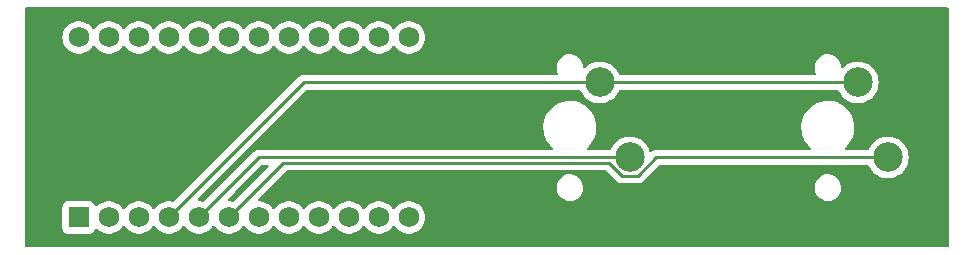
<source format=gtl>
%TF.GenerationSoftware,KiCad,Pcbnew,7.0.10*%
%TF.CreationDate,2024-02-06T21:46:11+00:00*%
%TF.ProjectId,mini_keyboard,6d696e69-5f6b-4657-9962-6f6172642e6b,rev?*%
%TF.SameCoordinates,Original*%
%TF.FileFunction,Copper,L1,Top*%
%TF.FilePolarity,Positive*%
%FSLAX46Y46*%
G04 Gerber Fmt 4.6, Leading zero omitted, Abs format (unit mm)*
G04 Created by KiCad (PCBNEW 7.0.10) date 2024-02-06 21:46:11*
%MOMM*%
%LPD*%
G01*
G04 APERTURE LIST*
%TA.AperFunction,ComponentPad*%
%ADD10C,2.500000*%
%TD*%
%TA.AperFunction,ComponentPad*%
%ADD11R,1.752600X1.752600*%
%TD*%
%TA.AperFunction,ComponentPad*%
%ADD12C,1.752600*%
%TD*%
%TA.AperFunction,Conductor*%
%ADD13C,0.250000*%
%TD*%
G04 APERTURE END LIST*
D10*
%TO.P,S2,1,1*%
%TO.N,GND*%
X172720000Y-96520000D03*
%TO.P,S2,2,2*%
%TO.N,BTN 2*%
X175260000Y-102870000D03*
%TD*%
D11*
%TO.P,U1,1,TX0/PD3*%
%TO.N,unconnected-(U1-TX0{slash}PD3-Pad1)*%
X106750000Y-107950000D03*
D12*
%TO.P,U1,2,RX1/PD2*%
%TO.N,unconnected-(U1-RX1{slash}PD2-Pad2)*%
X109290000Y-107950000D03*
%TO.P,U1,3,GND*%
%TO.N,unconnected-(U1-GND-Pad3)*%
X111830000Y-107950000D03*
%TO.P,U1,4,GND*%
%TO.N,GND*%
X114370000Y-107950000D03*
%TO.P,U1,5,2/PD1*%
%TO.N,BTN 1*%
X116910000Y-107950000D03*
%TO.P,U1,6,3/PD0*%
%TO.N,BTN 2*%
X119450000Y-107950000D03*
%TO.P,U1,7,4/PD4*%
%TO.N,unconnected-(U1-4{slash}PD4-Pad7)*%
X121990000Y-107950000D03*
%TO.P,U1,8,5/PC6*%
%TO.N,unconnected-(U1-5{slash}PC6-Pad8)*%
X124530000Y-107950000D03*
%TO.P,U1,9,6/PD7*%
%TO.N,unconnected-(U1-6{slash}PD7-Pad9)*%
X127070000Y-107950000D03*
%TO.P,U1,10,7/PE6*%
%TO.N,unconnected-(U1-7{slash}PE6-Pad10)*%
X129610000Y-107950000D03*
%TO.P,U1,11,8/PB4*%
%TO.N,unconnected-(U1-8{slash}PB4-Pad11)*%
X132150000Y-107950000D03*
%TO.P,U1,12,9/PB5*%
%TO.N,unconnected-(U1-9{slash}PB5-Pad12)*%
X134690000Y-107950000D03*
%TO.P,U1,13,10/PB6*%
%TO.N,unconnected-(U1-10{slash}PB6-Pad13)*%
X134690000Y-92710000D03*
%TO.P,U1,14,16/PB2*%
%TO.N,unconnected-(U1-16{slash}PB2-Pad14)*%
X132150000Y-92710000D03*
%TO.P,U1,15,14/PB3*%
%TO.N,unconnected-(U1-14{slash}PB3-Pad15)*%
X129610000Y-92710000D03*
%TO.P,U1,16,15/PB1*%
%TO.N,unconnected-(U1-15{slash}PB1-Pad16)*%
X127070000Y-92710000D03*
%TO.P,U1,17,A0/PF7*%
%TO.N,unconnected-(U1-A0{slash}PF7-Pad17)*%
X124530000Y-92710000D03*
%TO.P,U1,18,A1/PF6*%
%TO.N,unconnected-(U1-A1{slash}PF6-Pad18)*%
X121990000Y-92710000D03*
%TO.P,U1,19,A2/PF5*%
%TO.N,unconnected-(U1-A2{slash}PF5-Pad19)*%
X119450000Y-92710000D03*
%TO.P,U1,20,A3/PF4*%
%TO.N,unconnected-(U1-A3{slash}PF4-Pad20)*%
X116910000Y-92710000D03*
%TO.P,U1,21,VCC*%
%TO.N,unconnected-(U1-VCC-Pad21)*%
X114370000Y-92710000D03*
%TO.P,U1,22,RST*%
%TO.N,unconnected-(U1-RST-Pad22)*%
X111830000Y-92710000D03*
%TO.P,U1,23,GND*%
%TO.N,unconnected-(U1-GND-Pad23)*%
X109290000Y-92710000D03*
%TO.P,U1,24,RAW*%
%TO.N,unconnected-(U1-RAW-Pad24)*%
X106750000Y-92710000D03*
%TD*%
D10*
%TO.P,S1,1,1*%
%TO.N,GND*%
X150876000Y-96520000D03*
%TO.P,S1,2,2*%
%TO.N,BTN 1*%
X153416000Y-102870000D03*
%TD*%
D13*
%TO.N,GND*%
X150876000Y-96520000D02*
X125800000Y-96520000D01*
X172720000Y-96520000D02*
X150876000Y-96520000D01*
X125800000Y-96520000D02*
X114370000Y-107950000D01*
%TO.N,BTN 1*%
X153416000Y-102870000D02*
X121990000Y-102870000D01*
X121990000Y-102870000D02*
X116910000Y-107950000D01*
%TO.N,BTN 2*%
X124080000Y-103320000D02*
X119450000Y-107950000D01*
X152763000Y-104445000D02*
X151638000Y-103320000D01*
X155643387Y-102870000D02*
X154068387Y-104445000D01*
X151638000Y-103320000D02*
X124080000Y-103320000D01*
X175260000Y-102870000D02*
X155643387Y-102870000D01*
X154068387Y-104445000D02*
X152763000Y-104445000D01*
%TD*%
%TA.AperFunction,NonConductor*%
G36*
X180349539Y-90190185D02*
G01*
X180395294Y-90242989D01*
X180406500Y-90294500D01*
X180406500Y-110365500D01*
X180386815Y-110432539D01*
X180334011Y-110478294D01*
X180282500Y-110489500D01*
X102299500Y-110489500D01*
X102232461Y-110469815D01*
X102186706Y-110417011D01*
X102175500Y-110365500D01*
X102175500Y-108874170D01*
X105373200Y-108874170D01*
X105373201Y-108874176D01*
X105379608Y-108933783D01*
X105429902Y-109068628D01*
X105429906Y-109068635D01*
X105516152Y-109183844D01*
X105516155Y-109183847D01*
X105631364Y-109270093D01*
X105631371Y-109270097D01*
X105766217Y-109320391D01*
X105766216Y-109320391D01*
X105773144Y-109321135D01*
X105825827Y-109326800D01*
X107674172Y-109326799D01*
X107733783Y-109320391D01*
X107868631Y-109270096D01*
X107983846Y-109183846D01*
X108070096Y-109068631D01*
X108108586Y-108965434D01*
X108150457Y-108909500D01*
X108215921Y-108885083D01*
X108284194Y-108899934D01*
X108315994Y-108924781D01*
X108354323Y-108966417D01*
X108534381Y-109106561D01*
X108735050Y-109215158D01*
X108950857Y-109289245D01*
X109175915Y-109326800D01*
X109404085Y-109326800D01*
X109629143Y-109289245D01*
X109844950Y-109215158D01*
X110045619Y-109106561D01*
X110225677Y-108966417D01*
X110380213Y-108798547D01*
X110456191Y-108682252D01*
X110509337Y-108636896D01*
X110578568Y-108627472D01*
X110641904Y-108656973D01*
X110663809Y-108682253D01*
X110739787Y-108798548D01*
X110864281Y-108933783D01*
X110894323Y-108966417D01*
X111074381Y-109106561D01*
X111275050Y-109215158D01*
X111490857Y-109289245D01*
X111715915Y-109326800D01*
X111944085Y-109326800D01*
X112169143Y-109289245D01*
X112384950Y-109215158D01*
X112585619Y-109106561D01*
X112765677Y-108966417D01*
X112920213Y-108798547D01*
X112996191Y-108682252D01*
X113049337Y-108636896D01*
X113118568Y-108627472D01*
X113181904Y-108656973D01*
X113203809Y-108682253D01*
X113279787Y-108798548D01*
X113404281Y-108933783D01*
X113434323Y-108966417D01*
X113614381Y-109106561D01*
X113815050Y-109215158D01*
X114030857Y-109289245D01*
X114255915Y-109326800D01*
X114484085Y-109326800D01*
X114709143Y-109289245D01*
X114924950Y-109215158D01*
X115125619Y-109106561D01*
X115305677Y-108966417D01*
X115460213Y-108798547D01*
X115536191Y-108682252D01*
X115589337Y-108636896D01*
X115658568Y-108627472D01*
X115721904Y-108656973D01*
X115743809Y-108682253D01*
X115819787Y-108798548D01*
X115944281Y-108933783D01*
X115974323Y-108966417D01*
X116154381Y-109106561D01*
X116355050Y-109215158D01*
X116570857Y-109289245D01*
X116795915Y-109326800D01*
X117024085Y-109326800D01*
X117249143Y-109289245D01*
X117464950Y-109215158D01*
X117665619Y-109106561D01*
X117845677Y-108966417D01*
X118000213Y-108798547D01*
X118076191Y-108682252D01*
X118129337Y-108636896D01*
X118198568Y-108627472D01*
X118261904Y-108656973D01*
X118283809Y-108682253D01*
X118359787Y-108798548D01*
X118484281Y-108933783D01*
X118514323Y-108966417D01*
X118694381Y-109106561D01*
X118895050Y-109215158D01*
X119110857Y-109289245D01*
X119335915Y-109326800D01*
X119564085Y-109326800D01*
X119789143Y-109289245D01*
X120004950Y-109215158D01*
X120205619Y-109106561D01*
X120385677Y-108966417D01*
X120540213Y-108798547D01*
X120616191Y-108682252D01*
X120669337Y-108636896D01*
X120738568Y-108627472D01*
X120801904Y-108656973D01*
X120823809Y-108682253D01*
X120899787Y-108798548D01*
X121024281Y-108933783D01*
X121054323Y-108966417D01*
X121234381Y-109106561D01*
X121435050Y-109215158D01*
X121650857Y-109289245D01*
X121875915Y-109326800D01*
X122104085Y-109326800D01*
X122329143Y-109289245D01*
X122544950Y-109215158D01*
X122745619Y-109106561D01*
X122925677Y-108966417D01*
X123080213Y-108798547D01*
X123156191Y-108682252D01*
X123209337Y-108636896D01*
X123278568Y-108627472D01*
X123341904Y-108656973D01*
X123363809Y-108682253D01*
X123439787Y-108798548D01*
X123564281Y-108933783D01*
X123594323Y-108966417D01*
X123774381Y-109106561D01*
X123975050Y-109215158D01*
X124190857Y-109289245D01*
X124415915Y-109326800D01*
X124644085Y-109326800D01*
X124869143Y-109289245D01*
X125084950Y-109215158D01*
X125285619Y-109106561D01*
X125465677Y-108966417D01*
X125620213Y-108798547D01*
X125696191Y-108682252D01*
X125749337Y-108636896D01*
X125818568Y-108627472D01*
X125881904Y-108656973D01*
X125903809Y-108682253D01*
X125979787Y-108798548D01*
X126104281Y-108933783D01*
X126134323Y-108966417D01*
X126314381Y-109106561D01*
X126515050Y-109215158D01*
X126730857Y-109289245D01*
X126955915Y-109326800D01*
X127184085Y-109326800D01*
X127409143Y-109289245D01*
X127624950Y-109215158D01*
X127825619Y-109106561D01*
X128005677Y-108966417D01*
X128160213Y-108798547D01*
X128236191Y-108682252D01*
X128289337Y-108636896D01*
X128358568Y-108627472D01*
X128421904Y-108656973D01*
X128443809Y-108682253D01*
X128519787Y-108798548D01*
X128644281Y-108933783D01*
X128674323Y-108966417D01*
X128854381Y-109106561D01*
X129055050Y-109215158D01*
X129270857Y-109289245D01*
X129495915Y-109326800D01*
X129724085Y-109326800D01*
X129949143Y-109289245D01*
X130164950Y-109215158D01*
X130365619Y-109106561D01*
X130545677Y-108966417D01*
X130700213Y-108798547D01*
X130776191Y-108682252D01*
X130829337Y-108636896D01*
X130898568Y-108627472D01*
X130961904Y-108656973D01*
X130983809Y-108682253D01*
X131059787Y-108798548D01*
X131184281Y-108933783D01*
X131214323Y-108966417D01*
X131394381Y-109106561D01*
X131595050Y-109215158D01*
X131810857Y-109289245D01*
X132035915Y-109326800D01*
X132264085Y-109326800D01*
X132489143Y-109289245D01*
X132704950Y-109215158D01*
X132905619Y-109106561D01*
X133085677Y-108966417D01*
X133240213Y-108798547D01*
X133316191Y-108682252D01*
X133369337Y-108636896D01*
X133438568Y-108627472D01*
X133501904Y-108656973D01*
X133523809Y-108682253D01*
X133599787Y-108798548D01*
X133724281Y-108933783D01*
X133754323Y-108966417D01*
X133934381Y-109106561D01*
X134135050Y-109215158D01*
X134350857Y-109289245D01*
X134575915Y-109326800D01*
X134804085Y-109326800D01*
X135029143Y-109289245D01*
X135244950Y-109215158D01*
X135445619Y-109106561D01*
X135625677Y-108966417D01*
X135780213Y-108798547D01*
X135905010Y-108607530D01*
X135996664Y-108398578D01*
X136052677Y-108177391D01*
X136071519Y-107950000D01*
X136052677Y-107722609D01*
X135996664Y-107501422D01*
X135905010Y-107292470D01*
X135780213Y-107101453D01*
X135780212Y-107101451D01*
X135625680Y-106933586D01*
X135625676Y-106933582D01*
X135445620Y-106793440D01*
X135445619Y-106793439D01*
X135244950Y-106684842D01*
X135244942Y-106684839D01*
X135029145Y-106610755D01*
X134804085Y-106573200D01*
X134575915Y-106573200D01*
X134350854Y-106610755D01*
X134135057Y-106684839D01*
X134135049Y-106684842D01*
X133934379Y-106793440D01*
X133754323Y-106933582D01*
X133754319Y-106933586D01*
X133599787Y-107101451D01*
X133523809Y-107217746D01*
X133470663Y-107263103D01*
X133401431Y-107272527D01*
X133338095Y-107243025D01*
X133316191Y-107217746D01*
X133240212Y-107101451D01*
X133085680Y-106933586D01*
X133085676Y-106933582D01*
X132905620Y-106793440D01*
X132905619Y-106793439D01*
X132704950Y-106684842D01*
X132704942Y-106684839D01*
X132489145Y-106610755D01*
X132264085Y-106573200D01*
X132035915Y-106573200D01*
X131810854Y-106610755D01*
X131595057Y-106684839D01*
X131595049Y-106684842D01*
X131394379Y-106793440D01*
X131214323Y-106933582D01*
X131214319Y-106933586D01*
X131059787Y-107101451D01*
X130983809Y-107217746D01*
X130930663Y-107263103D01*
X130861431Y-107272527D01*
X130798095Y-107243025D01*
X130776191Y-107217746D01*
X130700212Y-107101451D01*
X130545680Y-106933586D01*
X130545676Y-106933582D01*
X130365620Y-106793440D01*
X130365619Y-106793439D01*
X130164950Y-106684842D01*
X130164942Y-106684839D01*
X129949145Y-106610755D01*
X129724085Y-106573200D01*
X129495915Y-106573200D01*
X129270854Y-106610755D01*
X129055057Y-106684839D01*
X129055049Y-106684842D01*
X128854379Y-106793440D01*
X128674323Y-106933582D01*
X128674319Y-106933586D01*
X128519787Y-107101451D01*
X128443809Y-107217746D01*
X128390663Y-107263103D01*
X128321431Y-107272527D01*
X128258095Y-107243025D01*
X128236191Y-107217746D01*
X128160212Y-107101451D01*
X128005680Y-106933586D01*
X128005676Y-106933582D01*
X127825620Y-106793440D01*
X127825619Y-106793439D01*
X127624950Y-106684842D01*
X127624942Y-106684839D01*
X127409145Y-106610755D01*
X127184085Y-106573200D01*
X126955915Y-106573200D01*
X126730854Y-106610755D01*
X126515057Y-106684839D01*
X126515049Y-106684842D01*
X126314379Y-106793440D01*
X126134323Y-106933582D01*
X126134319Y-106933586D01*
X125979787Y-107101451D01*
X125903809Y-107217746D01*
X125850663Y-107263103D01*
X125781431Y-107272527D01*
X125718095Y-107243025D01*
X125696191Y-107217746D01*
X125620212Y-107101451D01*
X125465680Y-106933586D01*
X125465676Y-106933582D01*
X125285620Y-106793440D01*
X125285619Y-106793439D01*
X125084950Y-106684842D01*
X125084942Y-106684839D01*
X124869145Y-106610755D01*
X124644085Y-106573200D01*
X124415915Y-106573200D01*
X124190854Y-106610755D01*
X123975057Y-106684839D01*
X123975049Y-106684842D01*
X123774379Y-106793440D01*
X123594323Y-106933582D01*
X123594319Y-106933586D01*
X123439787Y-107101451D01*
X123363809Y-107217746D01*
X123310663Y-107263103D01*
X123241431Y-107272527D01*
X123178095Y-107243025D01*
X123156191Y-107217746D01*
X123080212Y-107101451D01*
X122925680Y-106933586D01*
X122925676Y-106933582D01*
X122745620Y-106793440D01*
X122745619Y-106793439D01*
X122544950Y-106684842D01*
X122544942Y-106684839D01*
X122329145Y-106610755D01*
X122104085Y-106573200D01*
X122010751Y-106573200D01*
X121943712Y-106553515D01*
X121897957Y-106500711D01*
X121888013Y-106431553D01*
X121917038Y-106367997D01*
X121923070Y-106361519D01*
X122928388Y-105356202D01*
X147206660Y-105356202D01*
X147216887Y-105570901D01*
X147242519Y-105676557D01*
X147267563Y-105779790D01*
X147356854Y-105975310D01*
X147421309Y-106065824D01*
X147481535Y-106150400D01*
X147481540Y-106150406D01*
X147637094Y-106298725D01*
X147637096Y-106298726D01*
X147637097Y-106298727D01*
X147817920Y-106414935D01*
X148017468Y-106494822D01*
X148122998Y-106515161D01*
X148228527Y-106535500D01*
X148228528Y-106535500D01*
X148389612Y-106535500D01*
X148389618Y-106535500D01*
X148549971Y-106520188D01*
X148756209Y-106459631D01*
X148947259Y-106361138D01*
X149116217Y-106228268D01*
X149256976Y-106065824D01*
X149364448Y-105879677D01*
X149434750Y-105676554D01*
X149465339Y-105463797D01*
X149460214Y-105356202D01*
X169050660Y-105356202D01*
X169060887Y-105570901D01*
X169086519Y-105676557D01*
X169111563Y-105779790D01*
X169200854Y-105975310D01*
X169265309Y-106065824D01*
X169325535Y-106150400D01*
X169325540Y-106150406D01*
X169481094Y-106298725D01*
X169481096Y-106298726D01*
X169481097Y-106298727D01*
X169661920Y-106414935D01*
X169861468Y-106494822D01*
X169966998Y-106515161D01*
X170072527Y-106535500D01*
X170072528Y-106535500D01*
X170233612Y-106535500D01*
X170233618Y-106535500D01*
X170393971Y-106520188D01*
X170600209Y-106459631D01*
X170791259Y-106361138D01*
X170960217Y-106228268D01*
X171100976Y-106065824D01*
X171208448Y-105879677D01*
X171278750Y-105676554D01*
X171309339Y-105463797D01*
X171299112Y-105249096D01*
X171248437Y-105040210D01*
X171159146Y-104844690D01*
X171034466Y-104669601D01*
X171034464Y-104669599D01*
X171034459Y-104669593D01*
X170878905Y-104521274D01*
X170698080Y-104405065D01*
X170498530Y-104325177D01*
X170287473Y-104284500D01*
X170287472Y-104284500D01*
X170126382Y-104284500D01*
X169966029Y-104299812D01*
X169966025Y-104299813D01*
X169759793Y-104360368D01*
X169568736Y-104458864D01*
X169399785Y-104591729D01*
X169399782Y-104591733D01*
X169259021Y-104754178D01*
X169151553Y-104940319D01*
X169081251Y-105143442D01*
X169081250Y-105143444D01*
X169050661Y-105356200D01*
X169050660Y-105356202D01*
X149460214Y-105356202D01*
X149455112Y-105249096D01*
X149404437Y-105040210D01*
X149315146Y-104844690D01*
X149190466Y-104669601D01*
X149190464Y-104669599D01*
X149190459Y-104669593D01*
X149034905Y-104521274D01*
X148854080Y-104405065D01*
X148654530Y-104325177D01*
X148443473Y-104284500D01*
X148443472Y-104284500D01*
X148282382Y-104284500D01*
X148122029Y-104299812D01*
X148122025Y-104299813D01*
X147915793Y-104360368D01*
X147724736Y-104458864D01*
X147555785Y-104591729D01*
X147555782Y-104591733D01*
X147415021Y-104754178D01*
X147307553Y-104940319D01*
X147237251Y-105143442D01*
X147237250Y-105143444D01*
X147206661Y-105356200D01*
X147206660Y-105356202D01*
X122928388Y-105356202D01*
X123035492Y-105249098D01*
X124302771Y-103981819D01*
X124364094Y-103948334D01*
X124390452Y-103945500D01*
X151327548Y-103945500D01*
X151394587Y-103965185D01*
X151415228Y-103981818D01*
X151892271Y-104458862D01*
X152262197Y-104828788D01*
X152272022Y-104841051D01*
X152272243Y-104840869D01*
X152277211Y-104846874D01*
X152326222Y-104892899D01*
X152329021Y-104895612D01*
X152348522Y-104915114D01*
X152348526Y-104915117D01*
X152348529Y-104915120D01*
X152351702Y-104917581D01*
X152360574Y-104925159D01*
X152392418Y-104955062D01*
X152409976Y-104964714D01*
X152426235Y-104975395D01*
X152442064Y-104987673D01*
X152482155Y-105005021D01*
X152492626Y-105010151D01*
X152515180Y-105022550D01*
X152530902Y-105031194D01*
X152530904Y-105031195D01*
X152530908Y-105031197D01*
X152550316Y-105036180D01*
X152568719Y-105042481D01*
X152587101Y-105050436D01*
X152587102Y-105050436D01*
X152587104Y-105050437D01*
X152630250Y-105057270D01*
X152641672Y-105059636D01*
X152683981Y-105070500D01*
X152704016Y-105070500D01*
X152723414Y-105072026D01*
X152743194Y-105075159D01*
X152743195Y-105075160D01*
X152743195Y-105075159D01*
X152743196Y-105075160D01*
X152786675Y-105071050D01*
X152798344Y-105070500D01*
X153985644Y-105070500D01*
X154001264Y-105072224D01*
X154001291Y-105071939D01*
X154009047Y-105072671D01*
X154009054Y-105072673D01*
X154076260Y-105070561D01*
X154080155Y-105070500D01*
X154107733Y-105070500D01*
X154107737Y-105070500D01*
X154111711Y-105069997D01*
X154123350Y-105069080D01*
X154167014Y-105067709D01*
X154186256Y-105062117D01*
X154205299Y-105058174D01*
X154225179Y-105055664D01*
X154265788Y-105039585D01*
X154276831Y-105035803D01*
X154318777Y-105023618D01*
X154336016Y-105013422D01*
X154353490Y-105004862D01*
X154372114Y-104997488D01*
X154372114Y-104997487D01*
X154372119Y-104997486D01*
X154407470Y-104971800D01*
X154417201Y-104965408D01*
X154454807Y-104943170D01*
X154468976Y-104928999D01*
X154483766Y-104916368D01*
X154499974Y-104904594D01*
X154527825Y-104870926D01*
X154535666Y-104862309D01*
X155866159Y-103531819D01*
X155927482Y-103498334D01*
X155953840Y-103495500D01*
X173540459Y-103495500D01*
X173607498Y-103515185D01*
X173653253Y-103567989D01*
X173655874Y-103574166D01*
X173678432Y-103631643D01*
X173678434Y-103631647D01*
X173718304Y-103700703D01*
X173809614Y-103858857D01*
X173878710Y-103945500D01*
X173973198Y-104063985D01*
X174154753Y-104232441D01*
X174165521Y-104242433D01*
X174382296Y-104390228D01*
X174382301Y-104390230D01*
X174382302Y-104390231D01*
X174382303Y-104390232D01*
X174507843Y-104450688D01*
X174618673Y-104504061D01*
X174618674Y-104504061D01*
X174618677Y-104504063D01*
X174869385Y-104581396D01*
X175128818Y-104620500D01*
X175391182Y-104620500D01*
X175650615Y-104581396D01*
X175901323Y-104504063D01*
X176137704Y-104390228D01*
X176354479Y-104242433D01*
X176546805Y-104063981D01*
X176710386Y-103858857D01*
X176841568Y-103631643D01*
X176937420Y-103387416D01*
X176995802Y-103131630D01*
X177015408Y-102870000D01*
X176995802Y-102608370D01*
X176937420Y-102352584D01*
X176841568Y-102108357D01*
X176710386Y-101881143D01*
X176546805Y-101676019D01*
X176546804Y-101676018D01*
X176546801Y-101676014D01*
X176354479Y-101497567D01*
X176137704Y-101349772D01*
X176137700Y-101349770D01*
X176137697Y-101349768D01*
X176137696Y-101349767D01*
X175901325Y-101235938D01*
X175901327Y-101235938D01*
X175650623Y-101158606D01*
X175650619Y-101158605D01*
X175650615Y-101158604D01*
X175525823Y-101139794D01*
X175391187Y-101119500D01*
X175391182Y-101119500D01*
X175128818Y-101119500D01*
X175128812Y-101119500D01*
X174967247Y-101143853D01*
X174869385Y-101158604D01*
X174869382Y-101158605D01*
X174869376Y-101158606D01*
X174618673Y-101235938D01*
X174382303Y-101349767D01*
X174382302Y-101349768D01*
X174165520Y-101497567D01*
X173973198Y-101676014D01*
X173809614Y-101881143D01*
X173678434Y-102108352D01*
X173678432Y-102108356D01*
X173678432Y-102108357D01*
X173655885Y-102165803D01*
X173613072Y-102221015D01*
X173547202Y-102244317D01*
X173540459Y-102244500D01*
X171740221Y-102244500D01*
X171673182Y-102224815D01*
X171627427Y-102172011D01*
X171617483Y-102102853D01*
X171646508Y-102039297D01*
X171657043Y-102028535D01*
X171685470Y-102002824D01*
X171801333Y-101898032D01*
X171995865Y-101667939D01*
X172157993Y-101413970D01*
X172284823Y-101140658D01*
X172374093Y-100852879D01*
X172424209Y-100555770D01*
X172434277Y-100254631D01*
X172404118Y-99954838D01*
X172334269Y-99661739D01*
X172225977Y-99380566D01*
X172081175Y-99116335D01*
X171902446Y-98873762D01*
X171692980Y-98657176D01*
X171569742Y-98559856D01*
X171456521Y-98470446D01*
X171456517Y-98470443D01*
X171456515Y-98470442D01*
X171197270Y-98316891D01*
X170919872Y-98199264D01*
X170919863Y-98199261D01*
X170629272Y-98119660D01*
X170554616Y-98109620D01*
X170330653Y-98079500D01*
X170104756Y-98079500D01*
X170104748Y-98079500D01*
X169879368Y-98094587D01*
X169879359Y-98094589D01*
X169584094Y-98154604D01*
X169299464Y-98253439D01*
X169299459Y-98253441D01*
X169030546Y-98389328D01*
X168782125Y-98559860D01*
X168558665Y-98761969D01*
X168364132Y-98992064D01*
X168202006Y-99246030D01*
X168202005Y-99246032D01*
X168075181Y-99519333D01*
X168075177Y-99519342D01*
X168075176Y-99519346D01*
X167985907Y-99807118D01*
X167935791Y-100104230D01*
X167925723Y-100405373D01*
X167955881Y-100705160D01*
X167955882Y-100705162D01*
X168025728Y-100998252D01*
X168025733Y-100998266D01*
X168134020Y-101279427D01*
X168134024Y-101279436D01*
X168278825Y-101543665D01*
X168278829Y-101543671D01*
X168376340Y-101676014D01*
X168457554Y-101786238D01*
X168667020Y-102002824D01*
X168692803Y-102023185D01*
X168733217Y-102080180D01*
X168736400Y-102149977D01*
X168701343Y-102210416D01*
X168639176Y-102242306D01*
X168615955Y-102244500D01*
X155726124Y-102244500D01*
X155710507Y-102242776D01*
X155710480Y-102243062D01*
X155702718Y-102242327D01*
X155635531Y-102244439D01*
X155631637Y-102244500D01*
X155604037Y-102244500D01*
X155600349Y-102244965D01*
X155600036Y-102245005D01*
X155588418Y-102245918D01*
X155544759Y-102247290D01*
X155544756Y-102247291D01*
X155525513Y-102252881D01*
X155506470Y-102256825D01*
X155486591Y-102259336D01*
X155486590Y-102259337D01*
X155445980Y-102275415D01*
X155434935Y-102279197D01*
X155392995Y-102291383D01*
X155392991Y-102291385D01*
X155375752Y-102301580D01*
X155358285Y-102310137D01*
X155339656Y-102317512D01*
X155339654Y-102317514D01*
X155304313Y-102343189D01*
X155294554Y-102349600D01*
X155255706Y-102372575D01*
X155187982Y-102389758D01*
X155121719Y-102367599D01*
X155077956Y-102313133D01*
X155077156Y-102311145D01*
X154997568Y-102108357D01*
X154866386Y-101881143D01*
X154702805Y-101676019D01*
X154702804Y-101676018D01*
X154702801Y-101676014D01*
X154510479Y-101497567D01*
X154293704Y-101349772D01*
X154293700Y-101349770D01*
X154293697Y-101349768D01*
X154293696Y-101349767D01*
X154057325Y-101235938D01*
X154057327Y-101235938D01*
X153806623Y-101158606D01*
X153806619Y-101158605D01*
X153806615Y-101158604D01*
X153681823Y-101139794D01*
X153547187Y-101119500D01*
X153547182Y-101119500D01*
X153284818Y-101119500D01*
X153284812Y-101119500D01*
X153123247Y-101143853D01*
X153025385Y-101158604D01*
X153025382Y-101158605D01*
X153025376Y-101158606D01*
X152774673Y-101235938D01*
X152538303Y-101349767D01*
X152538302Y-101349768D01*
X152321520Y-101497567D01*
X152129198Y-101676014D01*
X151965614Y-101881143D01*
X151834434Y-102108352D01*
X151834432Y-102108356D01*
X151834432Y-102108357D01*
X151811885Y-102165803D01*
X151769072Y-102221015D01*
X151703202Y-102244317D01*
X151696459Y-102244500D01*
X149896221Y-102244500D01*
X149829182Y-102224815D01*
X149783427Y-102172011D01*
X149773483Y-102102853D01*
X149802508Y-102039297D01*
X149813043Y-102028535D01*
X149841470Y-102002824D01*
X149957333Y-101898032D01*
X150151865Y-101667939D01*
X150313993Y-101413970D01*
X150440823Y-101140658D01*
X150530093Y-100852879D01*
X150580209Y-100555770D01*
X150590277Y-100254631D01*
X150560118Y-99954838D01*
X150490269Y-99661739D01*
X150381977Y-99380566D01*
X150237175Y-99116335D01*
X150058446Y-98873762D01*
X149848980Y-98657176D01*
X149725742Y-98559856D01*
X149612521Y-98470446D01*
X149612517Y-98470443D01*
X149612515Y-98470442D01*
X149353270Y-98316891D01*
X149075872Y-98199264D01*
X149075863Y-98199261D01*
X148785272Y-98119660D01*
X148710616Y-98109620D01*
X148486653Y-98079500D01*
X148260756Y-98079500D01*
X148260748Y-98079500D01*
X148035368Y-98094587D01*
X148035359Y-98094589D01*
X147740094Y-98154604D01*
X147455464Y-98253439D01*
X147455459Y-98253441D01*
X147186546Y-98389328D01*
X146938125Y-98559860D01*
X146714665Y-98761969D01*
X146520132Y-98992064D01*
X146358006Y-99246030D01*
X146358005Y-99246032D01*
X146231181Y-99519333D01*
X146231177Y-99519342D01*
X146231176Y-99519346D01*
X146141907Y-99807118D01*
X146091791Y-100104230D01*
X146081723Y-100405373D01*
X146111881Y-100705160D01*
X146111882Y-100705162D01*
X146181728Y-100998252D01*
X146181733Y-100998266D01*
X146290020Y-101279427D01*
X146290024Y-101279436D01*
X146434825Y-101543665D01*
X146434829Y-101543671D01*
X146532340Y-101676014D01*
X146613554Y-101786238D01*
X146823020Y-102002824D01*
X146848803Y-102023185D01*
X146889217Y-102080180D01*
X146892400Y-102149977D01*
X146857343Y-102210416D01*
X146795176Y-102242306D01*
X146771955Y-102244500D01*
X122072743Y-102244500D01*
X122057122Y-102242775D01*
X122057096Y-102243061D01*
X122049334Y-102242327D01*
X122049333Y-102242327D01*
X122025945Y-102243062D01*
X121982127Y-102244439D01*
X121978232Y-102244500D01*
X121950647Y-102244500D01*
X121946661Y-102245003D01*
X121935033Y-102245918D01*
X121891373Y-102247290D01*
X121872129Y-102252881D01*
X121853079Y-102256825D01*
X121833211Y-102259334D01*
X121833210Y-102259334D01*
X121792599Y-102275413D01*
X121781554Y-102279194D01*
X121739614Y-102291379D01*
X121739610Y-102291381D01*
X121722366Y-102301579D01*
X121704905Y-102310133D01*
X121686274Y-102317510D01*
X121686262Y-102317517D01*
X121650933Y-102343185D01*
X121641173Y-102349596D01*
X121603580Y-102371829D01*
X121589414Y-102385995D01*
X121574624Y-102398627D01*
X121558414Y-102410404D01*
X121558411Y-102410407D01*
X121530573Y-102444058D01*
X121522711Y-102452697D01*
X117389866Y-106585541D01*
X117328543Y-106619026D01*
X117261927Y-106615143D01*
X117249143Y-106610754D01*
X117024085Y-106573200D01*
X116930751Y-106573200D01*
X116863712Y-106553515D01*
X116817957Y-106500711D01*
X116808013Y-106431553D01*
X116837038Y-106367997D01*
X116843070Y-106361519D01*
X126022772Y-97181819D01*
X126084095Y-97148334D01*
X126110453Y-97145500D01*
X149156459Y-97145500D01*
X149223498Y-97165185D01*
X149269253Y-97217989D01*
X149271874Y-97224166D01*
X149294432Y-97281643D01*
X149425614Y-97508857D01*
X149557736Y-97674533D01*
X149589198Y-97713985D01*
X149770753Y-97882441D01*
X149781521Y-97892433D01*
X149998296Y-98040228D01*
X149998301Y-98040230D01*
X149998302Y-98040231D01*
X149998303Y-98040232D01*
X150079845Y-98079500D01*
X150234673Y-98154061D01*
X150234674Y-98154061D01*
X150234677Y-98154063D01*
X150485385Y-98231396D01*
X150744818Y-98270500D01*
X151007182Y-98270500D01*
X151266615Y-98231396D01*
X151517323Y-98154063D01*
X151753704Y-98040228D01*
X151970479Y-97892433D01*
X152162805Y-97713981D01*
X152326386Y-97508857D01*
X152457568Y-97281643D01*
X152480114Y-97224196D01*
X152522928Y-97168985D01*
X152588798Y-97145683D01*
X152595541Y-97145500D01*
X171000459Y-97145500D01*
X171067498Y-97165185D01*
X171113253Y-97217989D01*
X171115874Y-97224166D01*
X171138432Y-97281643D01*
X171269614Y-97508857D01*
X171401736Y-97674533D01*
X171433198Y-97713985D01*
X171614753Y-97882441D01*
X171625521Y-97892433D01*
X171842296Y-98040228D01*
X171842301Y-98040230D01*
X171842302Y-98040231D01*
X171842303Y-98040232D01*
X171923845Y-98079500D01*
X172078673Y-98154061D01*
X172078674Y-98154061D01*
X172078677Y-98154063D01*
X172329385Y-98231396D01*
X172588818Y-98270500D01*
X172851182Y-98270500D01*
X173110615Y-98231396D01*
X173361323Y-98154063D01*
X173597704Y-98040228D01*
X173814479Y-97892433D01*
X174006805Y-97713981D01*
X174170386Y-97508857D01*
X174301568Y-97281643D01*
X174397420Y-97037416D01*
X174455802Y-96781630D01*
X174475408Y-96520000D01*
X174455802Y-96258370D01*
X174397420Y-96002584D01*
X174301568Y-95758357D01*
X174170386Y-95531143D01*
X174006805Y-95326019D01*
X174006804Y-95326018D01*
X174006801Y-95326014D01*
X173814479Y-95147567D01*
X173597704Y-94999772D01*
X173597700Y-94999770D01*
X173597697Y-94999768D01*
X173597696Y-94999767D01*
X173361325Y-94885938D01*
X173361327Y-94885938D01*
X173110623Y-94808606D01*
X173110619Y-94808605D01*
X173110615Y-94808604D01*
X172985823Y-94789794D01*
X172851187Y-94769500D01*
X172851182Y-94769500D01*
X172588818Y-94769500D01*
X172588812Y-94769500D01*
X172427247Y-94793853D01*
X172329385Y-94808604D01*
X172329382Y-94808605D01*
X172329376Y-94808606D01*
X172078673Y-94885938D01*
X171842303Y-94999767D01*
X171842302Y-94999768D01*
X171625520Y-95147567D01*
X171511106Y-95253728D01*
X171448573Y-95284896D01*
X171379117Y-95277309D01*
X171324788Y-95233375D01*
X171302905Y-95168729D01*
X171299112Y-95089098D01*
X171277441Y-94999767D01*
X171248437Y-94880210D01*
X171159146Y-94684690D01*
X171034466Y-94509601D01*
X171034464Y-94509599D01*
X171034459Y-94509593D01*
X170878905Y-94361274D01*
X170698080Y-94245065D01*
X170498530Y-94165177D01*
X170287473Y-94124500D01*
X170287472Y-94124500D01*
X170126382Y-94124500D01*
X169966029Y-94139812D01*
X169966025Y-94139813D01*
X169759793Y-94200368D01*
X169568736Y-94298864D01*
X169399785Y-94431729D01*
X169399782Y-94431733D01*
X169259021Y-94594178D01*
X169151553Y-94780319D01*
X169081251Y-94983442D01*
X169081250Y-94983444D01*
X169050661Y-95196200D01*
X169050660Y-95196202D01*
X169060887Y-95410901D01*
X169060888Y-95410904D01*
X169111563Y-95619790D01*
X169156866Y-95718989D01*
X169166809Y-95788147D01*
X169137784Y-95851703D01*
X169079005Y-95889477D01*
X169044071Y-95894500D01*
X152595541Y-95894500D01*
X152528502Y-95874815D01*
X152482747Y-95822011D01*
X152480125Y-95815833D01*
X152457568Y-95758357D01*
X152326386Y-95531143D01*
X152162805Y-95326019D01*
X152162804Y-95326018D01*
X152162801Y-95326014D01*
X151970479Y-95147567D01*
X151753704Y-94999772D01*
X151753700Y-94999770D01*
X151753697Y-94999768D01*
X151753696Y-94999767D01*
X151517325Y-94885938D01*
X151517327Y-94885938D01*
X151266623Y-94808606D01*
X151266619Y-94808605D01*
X151266615Y-94808604D01*
X151141823Y-94789794D01*
X151007187Y-94769500D01*
X151007182Y-94769500D01*
X150744818Y-94769500D01*
X150744812Y-94769500D01*
X150583247Y-94793853D01*
X150485385Y-94808604D01*
X150485382Y-94808605D01*
X150485376Y-94808606D01*
X150234673Y-94885938D01*
X149998303Y-94999767D01*
X149998302Y-94999768D01*
X149781520Y-95147567D01*
X149667106Y-95253728D01*
X149604573Y-95284896D01*
X149535117Y-95277309D01*
X149480788Y-95233375D01*
X149458905Y-95168729D01*
X149455112Y-95089098D01*
X149433441Y-94999767D01*
X149404437Y-94880210D01*
X149315146Y-94684690D01*
X149190466Y-94509601D01*
X149190464Y-94509599D01*
X149190459Y-94509593D01*
X149034905Y-94361274D01*
X148854080Y-94245065D01*
X148654530Y-94165177D01*
X148443473Y-94124500D01*
X148443472Y-94124500D01*
X148282382Y-94124500D01*
X148122029Y-94139812D01*
X148122025Y-94139813D01*
X147915793Y-94200368D01*
X147724736Y-94298864D01*
X147555785Y-94431729D01*
X147555782Y-94431733D01*
X147415021Y-94594178D01*
X147307553Y-94780319D01*
X147237251Y-94983442D01*
X147237250Y-94983444D01*
X147206661Y-95196200D01*
X147206660Y-95196202D01*
X147216887Y-95410901D01*
X147216888Y-95410904D01*
X147267563Y-95619790D01*
X147312866Y-95718989D01*
X147322809Y-95788147D01*
X147293784Y-95851703D01*
X147235005Y-95889477D01*
X147200071Y-95894500D01*
X125882743Y-95894500D01*
X125867122Y-95892775D01*
X125867096Y-95893061D01*
X125859334Y-95892327D01*
X125859333Y-95892327D01*
X125797109Y-95894282D01*
X125792127Y-95894439D01*
X125788232Y-95894500D01*
X125760647Y-95894500D01*
X125756661Y-95895003D01*
X125745033Y-95895918D01*
X125701373Y-95897290D01*
X125682129Y-95902881D01*
X125663079Y-95906825D01*
X125643211Y-95909334D01*
X125643210Y-95909334D01*
X125602599Y-95925413D01*
X125591554Y-95929194D01*
X125549614Y-95941379D01*
X125549610Y-95941381D01*
X125532366Y-95951579D01*
X125514905Y-95960133D01*
X125496274Y-95967510D01*
X125496262Y-95967517D01*
X125460933Y-95993185D01*
X125451173Y-95999596D01*
X125413580Y-96021829D01*
X125399414Y-96035995D01*
X125384624Y-96048627D01*
X125368414Y-96060404D01*
X125368411Y-96060407D01*
X125340573Y-96094058D01*
X125332711Y-96102697D01*
X114849866Y-106585541D01*
X114788543Y-106619026D01*
X114721927Y-106615143D01*
X114709143Y-106610754D01*
X114484085Y-106573200D01*
X114255915Y-106573200D01*
X114030854Y-106610755D01*
X113815057Y-106684839D01*
X113815049Y-106684842D01*
X113614379Y-106793440D01*
X113434323Y-106933582D01*
X113434319Y-106933586D01*
X113279787Y-107101451D01*
X113203809Y-107217746D01*
X113150663Y-107263103D01*
X113081431Y-107272527D01*
X113018095Y-107243025D01*
X112996191Y-107217746D01*
X112920212Y-107101451D01*
X112765680Y-106933586D01*
X112765676Y-106933582D01*
X112585620Y-106793440D01*
X112585619Y-106793439D01*
X112384950Y-106684842D01*
X112384942Y-106684839D01*
X112169145Y-106610755D01*
X111944085Y-106573200D01*
X111715915Y-106573200D01*
X111490854Y-106610755D01*
X111275057Y-106684839D01*
X111275049Y-106684842D01*
X111074379Y-106793440D01*
X110894323Y-106933582D01*
X110894319Y-106933586D01*
X110739787Y-107101451D01*
X110663809Y-107217746D01*
X110610663Y-107263103D01*
X110541431Y-107272527D01*
X110478095Y-107243025D01*
X110456191Y-107217746D01*
X110380212Y-107101451D01*
X110225680Y-106933586D01*
X110225676Y-106933582D01*
X110045620Y-106793440D01*
X110045619Y-106793439D01*
X109844950Y-106684842D01*
X109844942Y-106684839D01*
X109629145Y-106610755D01*
X109404085Y-106573200D01*
X109175915Y-106573200D01*
X108950854Y-106610755D01*
X108735057Y-106684839D01*
X108735049Y-106684842D01*
X108534379Y-106793440D01*
X108354324Y-106933581D01*
X108315997Y-106975216D01*
X108256110Y-107011206D01*
X108186272Y-107009105D01*
X108128656Y-106969580D01*
X108108586Y-106934565D01*
X108070097Y-106831371D01*
X108070093Y-106831364D01*
X107983847Y-106716155D01*
X107983844Y-106716152D01*
X107868635Y-106629906D01*
X107868628Y-106629902D01*
X107733782Y-106579608D01*
X107733783Y-106579608D01*
X107674183Y-106573201D01*
X107674181Y-106573200D01*
X107674173Y-106573200D01*
X107674164Y-106573200D01*
X105825829Y-106573200D01*
X105825823Y-106573201D01*
X105766216Y-106579608D01*
X105631371Y-106629902D01*
X105631364Y-106629906D01*
X105516155Y-106716152D01*
X105516152Y-106716155D01*
X105429906Y-106831364D01*
X105429902Y-106831371D01*
X105379608Y-106966217D01*
X105373201Y-107025816D01*
X105373200Y-107025835D01*
X105373200Y-108874170D01*
X102175500Y-108874170D01*
X102175500Y-92710005D01*
X105368481Y-92710005D01*
X105387321Y-92937383D01*
X105387323Y-92937391D01*
X105443335Y-93158577D01*
X105534989Y-93367529D01*
X105659787Y-93558548D01*
X105814319Y-93726413D01*
X105814323Y-93726417D01*
X105994381Y-93866561D01*
X106195050Y-93975158D01*
X106410857Y-94049245D01*
X106635915Y-94086800D01*
X106864085Y-94086800D01*
X107089143Y-94049245D01*
X107304950Y-93975158D01*
X107505619Y-93866561D01*
X107685677Y-93726417D01*
X107840213Y-93558547D01*
X107916191Y-93442252D01*
X107969337Y-93396896D01*
X108038568Y-93387472D01*
X108101904Y-93416973D01*
X108123809Y-93442253D01*
X108199787Y-93558548D01*
X108354319Y-93726413D01*
X108354323Y-93726417D01*
X108534381Y-93866561D01*
X108735050Y-93975158D01*
X108950857Y-94049245D01*
X109175915Y-94086800D01*
X109404085Y-94086800D01*
X109629143Y-94049245D01*
X109844950Y-93975158D01*
X110045619Y-93866561D01*
X110225677Y-93726417D01*
X110380213Y-93558547D01*
X110456191Y-93442252D01*
X110509337Y-93396896D01*
X110578568Y-93387472D01*
X110641904Y-93416973D01*
X110663809Y-93442253D01*
X110739787Y-93558548D01*
X110894319Y-93726413D01*
X110894323Y-93726417D01*
X111074381Y-93866561D01*
X111275050Y-93975158D01*
X111490857Y-94049245D01*
X111715915Y-94086800D01*
X111944085Y-94086800D01*
X112169143Y-94049245D01*
X112384950Y-93975158D01*
X112585619Y-93866561D01*
X112765677Y-93726417D01*
X112920213Y-93558547D01*
X112996191Y-93442252D01*
X113049337Y-93396896D01*
X113118568Y-93387472D01*
X113181904Y-93416973D01*
X113203809Y-93442253D01*
X113279787Y-93558548D01*
X113434319Y-93726413D01*
X113434323Y-93726417D01*
X113614381Y-93866561D01*
X113815050Y-93975158D01*
X114030857Y-94049245D01*
X114255915Y-94086800D01*
X114484085Y-94086800D01*
X114709143Y-94049245D01*
X114924950Y-93975158D01*
X115125619Y-93866561D01*
X115305677Y-93726417D01*
X115460213Y-93558547D01*
X115536191Y-93442252D01*
X115589337Y-93396896D01*
X115658568Y-93387472D01*
X115721904Y-93416973D01*
X115743809Y-93442253D01*
X115819787Y-93558548D01*
X115974319Y-93726413D01*
X115974323Y-93726417D01*
X116154381Y-93866561D01*
X116355050Y-93975158D01*
X116570857Y-94049245D01*
X116795915Y-94086800D01*
X117024085Y-94086800D01*
X117249143Y-94049245D01*
X117464950Y-93975158D01*
X117665619Y-93866561D01*
X117845677Y-93726417D01*
X118000213Y-93558547D01*
X118076191Y-93442252D01*
X118129337Y-93396896D01*
X118198568Y-93387472D01*
X118261904Y-93416973D01*
X118283809Y-93442253D01*
X118359787Y-93558548D01*
X118514319Y-93726413D01*
X118514323Y-93726417D01*
X118694381Y-93866561D01*
X118895050Y-93975158D01*
X119110857Y-94049245D01*
X119335915Y-94086800D01*
X119564085Y-94086800D01*
X119789143Y-94049245D01*
X120004950Y-93975158D01*
X120205619Y-93866561D01*
X120385677Y-93726417D01*
X120540213Y-93558547D01*
X120616191Y-93442252D01*
X120669337Y-93396896D01*
X120738568Y-93387472D01*
X120801904Y-93416973D01*
X120823809Y-93442253D01*
X120899787Y-93558548D01*
X121054319Y-93726413D01*
X121054323Y-93726417D01*
X121234381Y-93866561D01*
X121435050Y-93975158D01*
X121650857Y-94049245D01*
X121875915Y-94086800D01*
X122104085Y-94086800D01*
X122329143Y-94049245D01*
X122544950Y-93975158D01*
X122745619Y-93866561D01*
X122925677Y-93726417D01*
X123080213Y-93558547D01*
X123156191Y-93442252D01*
X123209337Y-93396896D01*
X123278568Y-93387472D01*
X123341904Y-93416973D01*
X123363809Y-93442253D01*
X123439787Y-93558548D01*
X123594319Y-93726413D01*
X123594323Y-93726417D01*
X123774381Y-93866561D01*
X123975050Y-93975158D01*
X124190857Y-94049245D01*
X124415915Y-94086800D01*
X124644085Y-94086800D01*
X124869143Y-94049245D01*
X125084950Y-93975158D01*
X125285619Y-93866561D01*
X125465677Y-93726417D01*
X125620213Y-93558547D01*
X125696191Y-93442252D01*
X125749337Y-93396896D01*
X125818568Y-93387472D01*
X125881904Y-93416973D01*
X125903809Y-93442253D01*
X125979787Y-93558548D01*
X126134319Y-93726413D01*
X126134323Y-93726417D01*
X126314381Y-93866561D01*
X126515050Y-93975158D01*
X126730857Y-94049245D01*
X126955915Y-94086800D01*
X127184085Y-94086800D01*
X127409143Y-94049245D01*
X127624950Y-93975158D01*
X127825619Y-93866561D01*
X128005677Y-93726417D01*
X128160213Y-93558547D01*
X128236191Y-93442252D01*
X128289337Y-93396896D01*
X128358568Y-93387472D01*
X128421904Y-93416973D01*
X128443809Y-93442253D01*
X128519787Y-93558548D01*
X128674319Y-93726413D01*
X128674323Y-93726417D01*
X128854381Y-93866561D01*
X129055050Y-93975158D01*
X129270857Y-94049245D01*
X129495915Y-94086800D01*
X129724085Y-94086800D01*
X129949143Y-94049245D01*
X130164950Y-93975158D01*
X130365619Y-93866561D01*
X130545677Y-93726417D01*
X130700213Y-93558547D01*
X130776191Y-93442252D01*
X130829337Y-93396896D01*
X130898568Y-93387472D01*
X130961904Y-93416973D01*
X130983809Y-93442253D01*
X131059787Y-93558548D01*
X131214319Y-93726413D01*
X131214323Y-93726417D01*
X131394381Y-93866561D01*
X131595050Y-93975158D01*
X131810857Y-94049245D01*
X132035915Y-94086800D01*
X132264085Y-94086800D01*
X132489143Y-94049245D01*
X132704950Y-93975158D01*
X132905619Y-93866561D01*
X133085677Y-93726417D01*
X133240213Y-93558547D01*
X133316191Y-93442252D01*
X133369337Y-93396896D01*
X133438568Y-93387472D01*
X133501904Y-93416973D01*
X133523809Y-93442253D01*
X133599787Y-93558548D01*
X133754319Y-93726413D01*
X133754323Y-93726417D01*
X133934381Y-93866561D01*
X134135050Y-93975158D01*
X134350857Y-94049245D01*
X134575915Y-94086800D01*
X134804085Y-94086800D01*
X135029143Y-94049245D01*
X135244950Y-93975158D01*
X135445619Y-93866561D01*
X135625677Y-93726417D01*
X135780213Y-93558547D01*
X135905010Y-93367530D01*
X135996664Y-93158578D01*
X136052677Y-92937391D01*
X136071519Y-92710000D01*
X136052677Y-92482609D01*
X135996664Y-92261422D01*
X135905010Y-92052470D01*
X135780213Y-91861453D01*
X135780212Y-91861451D01*
X135625680Y-91693586D01*
X135625676Y-91693582D01*
X135445620Y-91553440D01*
X135445619Y-91553439D01*
X135244950Y-91444842D01*
X135244942Y-91444839D01*
X135029145Y-91370755D01*
X134804085Y-91333200D01*
X134575915Y-91333200D01*
X134350854Y-91370755D01*
X134135057Y-91444839D01*
X134135049Y-91444842D01*
X133934379Y-91553440D01*
X133754323Y-91693582D01*
X133754319Y-91693586D01*
X133599787Y-91861451D01*
X133523809Y-91977746D01*
X133470663Y-92023103D01*
X133401431Y-92032527D01*
X133338095Y-92003025D01*
X133316191Y-91977746D01*
X133240212Y-91861451D01*
X133085680Y-91693586D01*
X133085676Y-91693582D01*
X132905620Y-91553440D01*
X132905619Y-91553439D01*
X132704950Y-91444842D01*
X132704942Y-91444839D01*
X132489145Y-91370755D01*
X132264085Y-91333200D01*
X132035915Y-91333200D01*
X131810854Y-91370755D01*
X131595057Y-91444839D01*
X131595049Y-91444842D01*
X131394379Y-91553440D01*
X131214323Y-91693582D01*
X131214319Y-91693586D01*
X131059787Y-91861451D01*
X130983809Y-91977746D01*
X130930663Y-92023103D01*
X130861431Y-92032527D01*
X130798095Y-92003025D01*
X130776191Y-91977746D01*
X130700212Y-91861451D01*
X130545680Y-91693586D01*
X130545676Y-91693582D01*
X130365620Y-91553440D01*
X130365619Y-91553439D01*
X130164950Y-91444842D01*
X130164942Y-91444839D01*
X129949145Y-91370755D01*
X129724085Y-91333200D01*
X129495915Y-91333200D01*
X129270854Y-91370755D01*
X129055057Y-91444839D01*
X129055049Y-91444842D01*
X128854379Y-91553440D01*
X128674323Y-91693582D01*
X128674319Y-91693586D01*
X128519787Y-91861451D01*
X128443809Y-91977746D01*
X128390663Y-92023103D01*
X128321431Y-92032527D01*
X128258095Y-92003025D01*
X128236191Y-91977746D01*
X128160212Y-91861451D01*
X128005680Y-91693586D01*
X128005676Y-91693582D01*
X127825620Y-91553440D01*
X127825619Y-91553439D01*
X127624950Y-91444842D01*
X127624942Y-91444839D01*
X127409145Y-91370755D01*
X127184085Y-91333200D01*
X126955915Y-91333200D01*
X126730854Y-91370755D01*
X126515057Y-91444839D01*
X126515049Y-91444842D01*
X126314379Y-91553440D01*
X126134323Y-91693582D01*
X126134319Y-91693586D01*
X125979787Y-91861451D01*
X125903809Y-91977746D01*
X125850663Y-92023103D01*
X125781431Y-92032527D01*
X125718095Y-92003025D01*
X125696191Y-91977746D01*
X125620212Y-91861451D01*
X125465680Y-91693586D01*
X125465676Y-91693582D01*
X125285620Y-91553440D01*
X125285619Y-91553439D01*
X125084950Y-91444842D01*
X125084942Y-91444839D01*
X124869145Y-91370755D01*
X124644085Y-91333200D01*
X124415915Y-91333200D01*
X124190854Y-91370755D01*
X123975057Y-91444839D01*
X123975049Y-91444842D01*
X123774379Y-91553440D01*
X123594323Y-91693582D01*
X123594319Y-91693586D01*
X123439787Y-91861451D01*
X123363809Y-91977746D01*
X123310663Y-92023103D01*
X123241431Y-92032527D01*
X123178095Y-92003025D01*
X123156191Y-91977746D01*
X123080212Y-91861451D01*
X122925680Y-91693586D01*
X122925676Y-91693582D01*
X122745620Y-91553440D01*
X122745619Y-91553439D01*
X122544950Y-91444842D01*
X122544942Y-91444839D01*
X122329145Y-91370755D01*
X122104085Y-91333200D01*
X121875915Y-91333200D01*
X121650854Y-91370755D01*
X121435057Y-91444839D01*
X121435049Y-91444842D01*
X121234379Y-91553440D01*
X121054323Y-91693582D01*
X121054319Y-91693586D01*
X120899787Y-91861451D01*
X120823809Y-91977746D01*
X120770663Y-92023103D01*
X120701431Y-92032527D01*
X120638095Y-92003025D01*
X120616191Y-91977746D01*
X120540212Y-91861451D01*
X120385680Y-91693586D01*
X120385676Y-91693582D01*
X120205620Y-91553440D01*
X120205619Y-91553439D01*
X120004950Y-91444842D01*
X120004942Y-91444839D01*
X119789145Y-91370755D01*
X119564085Y-91333200D01*
X119335915Y-91333200D01*
X119110854Y-91370755D01*
X118895057Y-91444839D01*
X118895049Y-91444842D01*
X118694379Y-91553440D01*
X118514323Y-91693582D01*
X118514319Y-91693586D01*
X118359787Y-91861451D01*
X118283809Y-91977746D01*
X118230663Y-92023103D01*
X118161431Y-92032527D01*
X118098095Y-92003025D01*
X118076191Y-91977746D01*
X118000212Y-91861451D01*
X117845680Y-91693586D01*
X117845676Y-91693582D01*
X117665620Y-91553440D01*
X117665619Y-91553439D01*
X117464950Y-91444842D01*
X117464942Y-91444839D01*
X117249145Y-91370755D01*
X117024085Y-91333200D01*
X116795915Y-91333200D01*
X116570854Y-91370755D01*
X116355057Y-91444839D01*
X116355049Y-91444842D01*
X116154379Y-91553440D01*
X115974323Y-91693582D01*
X115974319Y-91693586D01*
X115819787Y-91861451D01*
X115743809Y-91977746D01*
X115690663Y-92023103D01*
X115621431Y-92032527D01*
X115558095Y-92003025D01*
X115536191Y-91977746D01*
X115460212Y-91861451D01*
X115305680Y-91693586D01*
X115305676Y-91693582D01*
X115125620Y-91553440D01*
X115125619Y-91553439D01*
X114924950Y-91444842D01*
X114924942Y-91444839D01*
X114709145Y-91370755D01*
X114484085Y-91333200D01*
X114255915Y-91333200D01*
X114030854Y-91370755D01*
X113815057Y-91444839D01*
X113815049Y-91444842D01*
X113614379Y-91553440D01*
X113434323Y-91693582D01*
X113434319Y-91693586D01*
X113279787Y-91861451D01*
X113203809Y-91977746D01*
X113150663Y-92023103D01*
X113081431Y-92032527D01*
X113018095Y-92003025D01*
X112996191Y-91977746D01*
X112920212Y-91861451D01*
X112765680Y-91693586D01*
X112765676Y-91693582D01*
X112585620Y-91553440D01*
X112585619Y-91553439D01*
X112384950Y-91444842D01*
X112384942Y-91444839D01*
X112169145Y-91370755D01*
X111944085Y-91333200D01*
X111715915Y-91333200D01*
X111490854Y-91370755D01*
X111275057Y-91444839D01*
X111275049Y-91444842D01*
X111074379Y-91553440D01*
X110894323Y-91693582D01*
X110894319Y-91693586D01*
X110739787Y-91861451D01*
X110663809Y-91977746D01*
X110610663Y-92023103D01*
X110541431Y-92032527D01*
X110478095Y-92003025D01*
X110456191Y-91977746D01*
X110380212Y-91861451D01*
X110225680Y-91693586D01*
X110225676Y-91693582D01*
X110045620Y-91553440D01*
X110045619Y-91553439D01*
X109844950Y-91444842D01*
X109844942Y-91444839D01*
X109629145Y-91370755D01*
X109404085Y-91333200D01*
X109175915Y-91333200D01*
X108950854Y-91370755D01*
X108735057Y-91444839D01*
X108735049Y-91444842D01*
X108534379Y-91553440D01*
X108354323Y-91693582D01*
X108354319Y-91693586D01*
X108199787Y-91861451D01*
X108123809Y-91977746D01*
X108070663Y-92023103D01*
X108001431Y-92032527D01*
X107938095Y-92003025D01*
X107916191Y-91977746D01*
X107840212Y-91861451D01*
X107685680Y-91693586D01*
X107685676Y-91693582D01*
X107505620Y-91553440D01*
X107505619Y-91553439D01*
X107304950Y-91444842D01*
X107304942Y-91444839D01*
X107089145Y-91370755D01*
X106864085Y-91333200D01*
X106635915Y-91333200D01*
X106410854Y-91370755D01*
X106195057Y-91444839D01*
X106195049Y-91444842D01*
X105994379Y-91553440D01*
X105814323Y-91693582D01*
X105814319Y-91693586D01*
X105659787Y-91861451D01*
X105534989Y-92052470D01*
X105443335Y-92261422D01*
X105387323Y-92482608D01*
X105387321Y-92482616D01*
X105368481Y-92709994D01*
X105368481Y-92710005D01*
X102175500Y-92710005D01*
X102175500Y-90294500D01*
X102195185Y-90227461D01*
X102247989Y-90181706D01*
X102299500Y-90170500D01*
X180282500Y-90170500D01*
X180349539Y-90190185D01*
G37*
%TD.AperFunction*%
%TA.AperFunction,NonConductor*%
G36*
X122787587Y-103515185D02*
G01*
X122833342Y-103567989D01*
X122843286Y-103637147D01*
X122814261Y-103700703D01*
X122808229Y-103707181D01*
X119929866Y-106585541D01*
X119868543Y-106619026D01*
X119801927Y-106615143D01*
X119789143Y-106610754D01*
X119564085Y-106573200D01*
X119470751Y-106573200D01*
X119403712Y-106553515D01*
X119357957Y-106500711D01*
X119348013Y-106431553D01*
X119377038Y-106367997D01*
X119383070Y-106361519D01*
X119964795Y-105779795D01*
X122212772Y-103531819D01*
X122274095Y-103498334D01*
X122300453Y-103495500D01*
X122720548Y-103495500D01*
X122787587Y-103515185D01*
G37*
%TD.AperFunction*%
M02*

</source>
